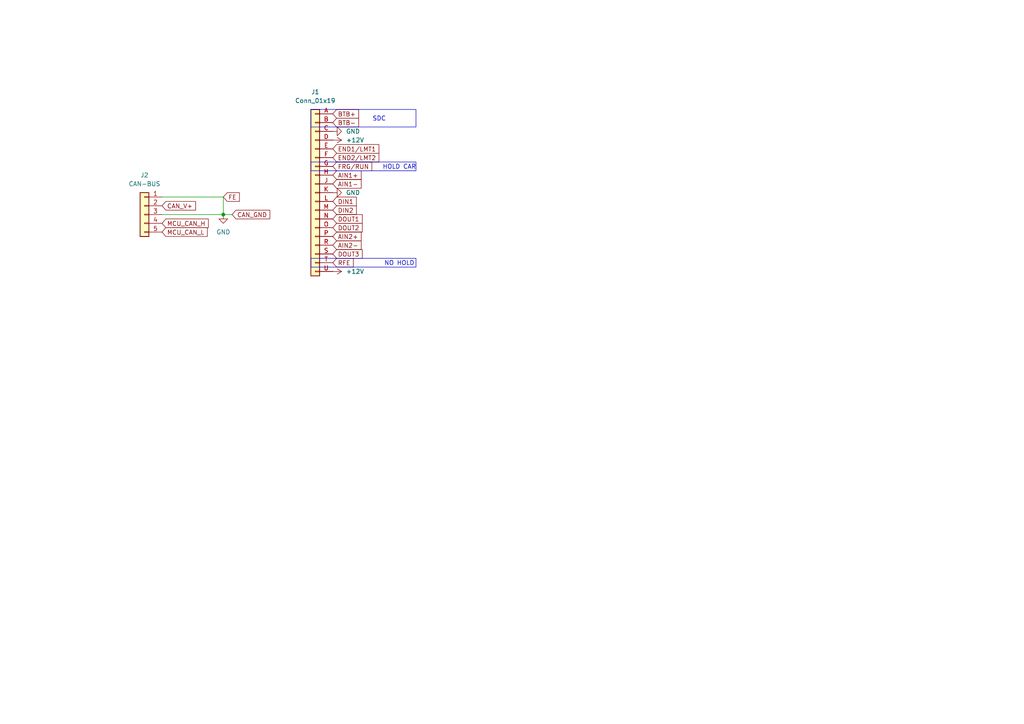
<source format=kicad_sch>
(kicad_sch (version 20250114) (generator "eeschema") (generator_version "9.0")
  (paper "A4")
  (lib_symbols
    (symbol "Connector_Generic:Conn_01x05" (pin_names (offset 1.016) (hide yes))
      (property "Reference" "J" (at 0 7.62 0))
      (property "Value" "Conn_01x05" (at 0 -7.62 0))
      (symbol "Conn_01x05_1_1"
        (rectangle (start -1.27 6.35) (end 1.27 -6.35) (stroke (width 0.254)) (fill (type background)))
        (rectangle (start -1.27 5.207) (end 0 4.953) (stroke (width 0.1524)))
        (rectangle (start -1.27 2.667) (end 0 2.413) (stroke (width 0.1524)))
        (rectangle (start -1.27 0.127) (end 0 -0.127) (stroke (width 0.1524)))
        (rectangle (start -1.27 -2.413) (end 0 -2.667) (stroke (width 0.1524)))
        (rectangle (start -1.27 -4.953) (end 0 -5.207) (stroke (width 0.1524)))
        (pin passive line (at -5.08 5.08 0) (length 3.81) (name "Pin_1") (number "1"))
        (pin passive line (at -5.08 2.54 0) (length 3.81) (name "Pin_2") (number "2"))
        (pin passive line (at -5.08 0 0) (length 3.81) (name "Pin_3") (number "3"))
        (pin passive line (at -5.08 -2.54 0) (length 3.81) (name "Pin_4") (number "4"))
        (pin passive line (at -5.08 -5.08 0) (length 3.81) (name "Pin_5") (number "5"))
      )
    )
    (symbol "Connector_Generic:Conn_01x19" (pin_names (offset 1.016) (hide yes))
      (property "Reference" "J1" (at 0 29.21 0))
      (property "Value" "Conn_01x19" (at 0 26.67 0))
      (symbol "Conn_01x19_1_1"
        (rectangle (start -1.27 24.13) (end 1.27 -24.13) (stroke (width 0.254)) (fill (type background)))
        (rectangle (start -1.27 22.987) (end 0 22.733) (stroke (width 0.1524)))
        (rectangle (start -1.27 20.447) (end 0 20.193) (stroke (width 0.1524)))
        (rectangle (start -1.27 17.907) (end 0 17.653) (stroke (width 0.1524)))
        (rectangle (start -1.27 15.367) (end 0 15.113) (stroke (width 0.1524)))
        (rectangle (start -1.27 12.827) (end 0 12.573) (stroke (width 0.1524)))
        (rectangle (start -1.27 10.287) (end 0 10.033) (stroke (width 0.1524)))
        (rectangle (start -1.27 7.747) (end 0 7.493) (stroke (width 0.1524)))
        (rectangle (start -1.27 5.207) (end 0 4.953) (stroke (width 0.1524)))
        (rectangle (start -1.27 2.667) (end 0 2.413) (stroke (width 0.1524)))
        (rectangle (start -1.27 0.127) (end 0 -0.127) (stroke (width 0.1524)))
        (rectangle (start -1.27 -2.413) (end 0 -2.667) (stroke (width 0.1524)))
        (rectangle (start -1.27 -4.953) (end 0 -5.207) (stroke (width 0.1524)))
        (rectangle (start -1.27 -7.493) (end 0 -7.747) (stroke (width 0.1524)))
        (rectangle (start -1.27 -10.033) (end 0 -10.287) (stroke (width 0.1524)))
        (rectangle (start -1.27 -12.573) (end 0 -12.827) (stroke (width 0.1524)))
        (rectangle (start -1.27 -15.113) (end 0 -15.367) (stroke (width 0.1524)))
        (rectangle (start -1.27 -17.653) (end 0 -17.907) (stroke (width 0.1524)))
        (rectangle (start -1.27 -20.193) (end 0 -20.447) (stroke (width 0.1524)))
        (rectangle (start -1.27 -22.733) (end 0 -22.987) (stroke (width 0.1524)))
        (pin passive line (at -5.08 22.86 0) (length 3.81) (name "Pin_1") (number "A"))
        (pin passive line (at -5.08 20.32 0) (length 3.81) (name "2") (number "B"))
        (pin passive line (at -5.08 17.78 0) (length 3.81) (name "Pin_3") (number "C"))
        (pin passive line (at -5.08 15.24 0) (length 3.81) (name "Pin_4") (number "D"))
        (pin passive line (at -5.08 12.7 0) (length 3.81) (name "Pin_5") (number "E"))
        (pin passive line (at -5.08 10.16 0) (length 3.81) (name "Pin_6") (number "F"))
        (pin passive line (at -5.08 7.62 0) (length 3.81) (name "Pin_7") (number "G"))
        (pin passive line (at -5.08 5.08 0) (length 3.81) (name "Pin_8") (number "H"))
        (pin passive line (at -5.08 2.54 0) (length 3.81) (name "Pin_9") (number "J"))
        (pin passive line (at -5.08 0 0) (length 3.81) (name "Pin_10") (number "K"))
        (pin passive line (at -5.08 -2.54 0) (length 3.81) (name "Pin_11") (number "L"))
        (pin passive line (at -5.08 -5.08 0) (length 3.81) (name "Pin_12") (number "M"))
        (pin passive line (at -5.08 -7.62 0) (length 3.81) (name "Pin_13") (number "N"))
        (pin passive line (at -5.08 -10.16 0) (length 3.81) (name "Pin_14") (number "O"))
        (pin passive line (at -5.08 -12.7 0) (length 3.81) (name "Pin_15") (number "P"))
        (pin passive line (at -5.08 -15.24 0) (length 3.81) (name "Pin_16") (number "R"))
        (pin passive line (at -5.08 -17.78 0) (length 3.81) (name "Pin_17") (number "S"))
        (pin passive line (at -5.08 -20.32 0) (length 3.81) (name "Pin_18") (number "T"))
        (pin passive line (at -5.08 -22.86 0) (length 3.81) (name "Pin_19") (number "U"))
      )
    )
    (symbol "power:+12V" (power) (pin_numbers (hide yes)) (pin_names (offset 0) (hide yes))
      (property "Value" "+12V" (at 0 3.556 0))
      (symbol "+12V_0_1"
        (polyline (pts (xy -0.762 1.27) (xy 0 2.54)))
        (polyline (pts (xy 0 2.54) (xy 0.762 1.27)))
        (polyline (pts (xy 0 0) (xy 0 2.54)))
      )
      (symbol "+12V_1_1"
        (pin power_in line (at 0 0 90) (length 0) (name "~") (number "1"))
      )
    )
    (symbol "power:GND" (power) (pin_numbers (hide yes)) (pin_names (offset 0) (hide yes))
      (property "Value" "GND" (at 0 -3.81 0))
      (symbol "GND_0_1"
        (polyline (pts (xy 0 0) (xy 0 -1.27) (xy 1.27 -1.27) (xy 0 -2.54) (xy -1.27 -1.27) (xy 0 -1.27)))
      )
      (symbol "GND_1_1"
        (pin power_in line (at 0 0 270) (length 0) (name "~") (number "1"))
      )
    )
  )
  (rectangle (start 90.17 31.75) (end 120.65 36.83))
  (rectangle (start 90.17 46.99) (end 120.65 49.53))
  (rectangle (start 90.17 74.93) (end 120.65 77.47))
  (text "NO HOLD" (at 115.824 76.454 0) (effects (font (size 1.27 1.27))))
  (text "HOLD CAR" (at 115.824 48.514 0) (effects (font (size 1.27 1.27))))
  (text "SDC" (at 109.982 34.544 0) (effects (font (size 1.27 1.27))))
  (junction (at 64.77 62.23))
  (wire (pts (xy 46.99 57.15) (xy 64.77 57.15)))
  (wire (pts (xy 67.31 62.23) (xy 64.77 62.23)))
  (wire (pts (xy 64.77 57.15) (xy 64.77 62.23)))
  (wire (pts (xy 46.99 62.23) (xy 64.77 62.23)))
  (global_label "DOUT1" (shape input) (at 96.52 63.5 0) (property "Intersheetrefs" "${INTERSHEET_REFS}" (effects (hide yes))))
  (global_label "MCU_CAN_L" (shape input) (at 46.99 67.31 0) (property "Intersheetrefs" "${INTERSHEET_REFS}" (effects (hide yes))))
  (global_label "RFE" (shape input) (at 96.52 76.2 0) (property "Intersheetrefs" "${INTERSHEET_REFS}" (effects (hide yes))))
  (global_label "BTB-" (shape input) (at 96.52 35.56 0) (property "Intersheetrefs" "${INTERSHEET_REFS}" (effects (hide yes))))
  (global_label "FE" (shape input) (at 64.77 57.15 0) (property "Intersheetrefs" "${INTERSHEET_REFS}" (effects (hide yes))))
  (global_label "CAN_GND" (shape input) (at 67.31 62.23 0) (property "Intersheetrefs" "${INTERSHEET_REFS}" (effects (hide yes))))
  (global_label "AIN1+" (shape input) (at 96.52 50.8 0) (property "Intersheetrefs" "${INTERSHEET_REFS}" (effects (hide yes))))
  (global_label "BTB+" (shape input) (at 96.52 33.02 0) (property "Intersheetrefs" "${INTERSHEET_REFS}" (effects (hide yes))))
  (global_label "MCU_CAN_H" (shape input) (at 46.99 64.77 0) (property "Intersheetrefs" "${INTERSHEET_REFS}" (effects (hide yes))))
  (global_label "END1{slash}LMT1" (shape input) (at 96.52 43.18 0) (property "Intersheetrefs" "${INTERSHEET_REFS}" (effects (hide yes))))
  (global_label "DOUT2" (shape input) (at 96.52 66.04 0) (property "Intersheetrefs" "${INTERSHEET_REFS}" (effects (hide yes))))
  (global_label "END2{slash}LMT2" (shape input) (at 96.52 45.72 0) (property "Intersheetrefs" "${INTERSHEET_REFS}" (effects (hide yes))))
  (global_label "AIN2-" (shape input) (at 96.52 71.12 0) (property "Intersheetrefs" "${INTERSHEET_REFS}" (effects (hide yes))))
  (global_label "AIN2+" (shape input) (at 96.52 68.58 0) (property "Intersheetrefs" "${INTERSHEET_REFS}" (effects (hide yes))))
  (global_label "DIN1" (shape input) (at 96.52 58.42 0) (property "Intersheetrefs" "${INTERSHEET_REFS}" (effects (hide yes))))
  (global_label "DIN2" (shape input) (at 96.52 60.96 0) (property "Intersheetrefs" "${INTERSHEET_REFS}" (effects (hide yes))))
  (global_label "FRG{slash}RUN" (shape input) (at 96.52 48.26 0) (property "Intersheetrefs" "${INTERSHEET_REFS}" (effects (hide yes))))
  (global_label "CAN_V+" (shape input) (at 46.99 59.69 0) (property "Intersheetrefs" "${INTERSHEET_REFS}" (effects (hide yes))))
  (global_label "DOUT3" (shape input) (at 96.52 73.66 0) (property "Intersheetrefs" "${INTERSHEET_REFS}" (effects (hide yes))))
  (global_label "AIN1-" (shape input) (at 96.52 53.34 0) (property "Intersheetrefs" "${INTERSHEET_REFS}" (effects (hide yes))))
  (symbol (lib_id "power:GND") (at 96.52 38.1 90) (unit 1)
    (property "Reference" "#PWR03" (effects (hide yes)))
    (property "Value" "GND" (at 100.33 38.0999 90) (effects (justify right)))
    (property "Description" "Power symbol creates a global label with name \"GND\" , ground" (effects (hide yes)))
  )
  (symbol (lib_id "power:+12V") (at 96.52 40.64 270) (unit 1)
    (property "Reference" "#PWR02" (effects (hide yes)))
    (property "Value" "+12V" (at 100.33 40.6399 90) (effects (justify left)))
    (property "Description" "Power symbol creates a global label with name \"+12V\"" (effects (hide yes)))
  )
  (symbol (lib_id "power:GND") (at 64.77 62.23 0) (unit 1)
    (property "Reference" "#PWR01" (effects (hide yes)))
    (property "Value" "GND" (at 64.77 67.31 0))
    (property "Description" "Power symbol creates a global label with name \"GND\" , ground" (effects (hide yes)))
  )
  (symbol (lib_id "power:+12V") (at 96.52 78.74 270) (unit 1)
    (property "Reference" "#PWR05" (effects (hide yes)))
    (property "Value" "+12V" (at 100.33 78.7399 90) (effects (justify left)))
    (property "Description" "Power symbol creates a global label with name \"+12V\"" (effects (hide yes)))
  )
  (symbol (lib_id "power:GND") (at 96.52 55.88 90) (unit 1)
    (property "Reference" "#PWR04" (effects (hide yes)))
    (property "Value" "GND" (at 100.33 55.8799 90) (effects (justify right)))
    (property "Description" "Power symbol creates a global label with name \"GND\" , ground" (effects (hide yes)))
  )
  (symbol (lib_id "Connector_Generic:Conn_01x05") (at 41.91 62.23 0) (mirror y) (unit 1)
    (property "Reference" "J2" (at 41.91 50.8 0))
    (property "Value" "CAN-BUS" (at 41.91 53.34 0))
    (property "Description" "Generic connector, single row, 01x05, script generated (kicad-library-utils/schlib/autogen/connector/)" (effects (hide yes)))
  )
  (symbol (lib_id "Connector_Generic:Conn_01x19") (at 91.44 55.88 0) (mirror y) (unit 1)
    (property "Reference" "J1" (at 91.44 26.67 0))
    (property "Value" "Conn_01x19" (at 91.44 29.21 0))
    (property "Description" "Generic connector, single row, 01x19, script generated (kicad-library-utils/schlib/autogen/connector/)" (effects (hide yes)))
  )
)
</source>
